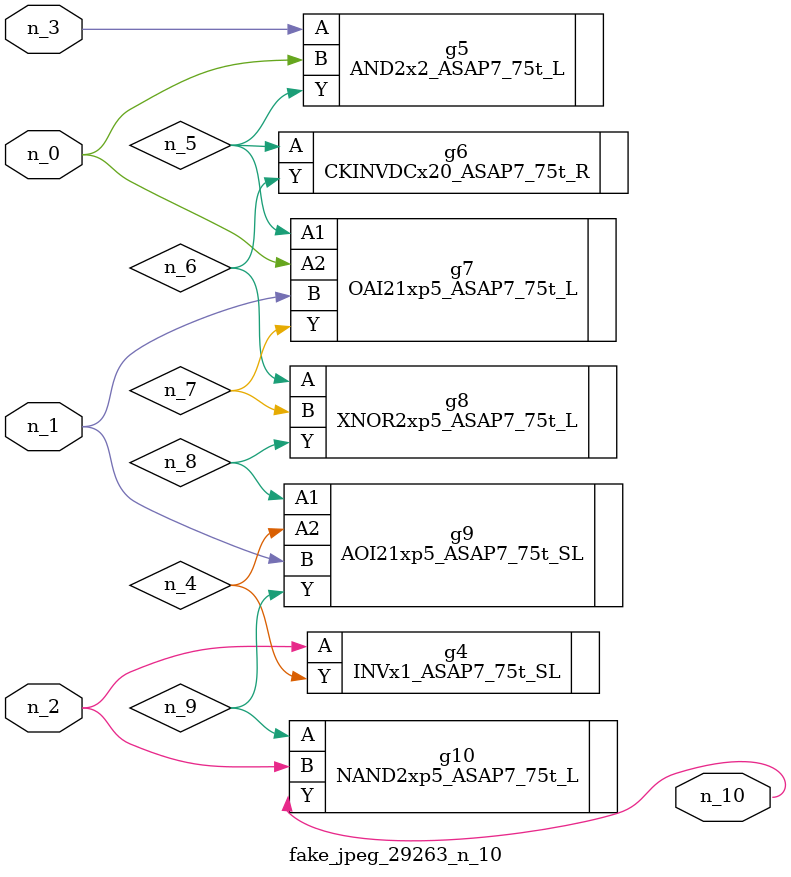
<source format=v>
module fake_jpeg_29263_n_10 (n_0, n_3, n_2, n_1, n_10);

input n_0;
input n_3;
input n_2;
input n_1;

output n_10;

wire n_4;
wire n_8;
wire n_9;
wire n_6;
wire n_5;
wire n_7;

INVx1_ASAP7_75t_SL g4 ( 
.A(n_2),
.Y(n_4)
);

AND2x2_ASAP7_75t_L g5 ( 
.A(n_3),
.B(n_0),
.Y(n_5)
);

CKINVDCx20_ASAP7_75t_R g6 ( 
.A(n_5),
.Y(n_6)
);

XNOR2xp5_ASAP7_75t_L g8 ( 
.A(n_6),
.B(n_7),
.Y(n_8)
);

OAI21xp5_ASAP7_75t_L g7 ( 
.A1(n_5),
.A2(n_0),
.B(n_1),
.Y(n_7)
);

AOI21xp5_ASAP7_75t_SL g9 ( 
.A1(n_8),
.A2(n_4),
.B(n_1),
.Y(n_9)
);

NAND2xp5_ASAP7_75t_L g10 ( 
.A(n_9),
.B(n_2),
.Y(n_10)
);


endmodule
</source>
